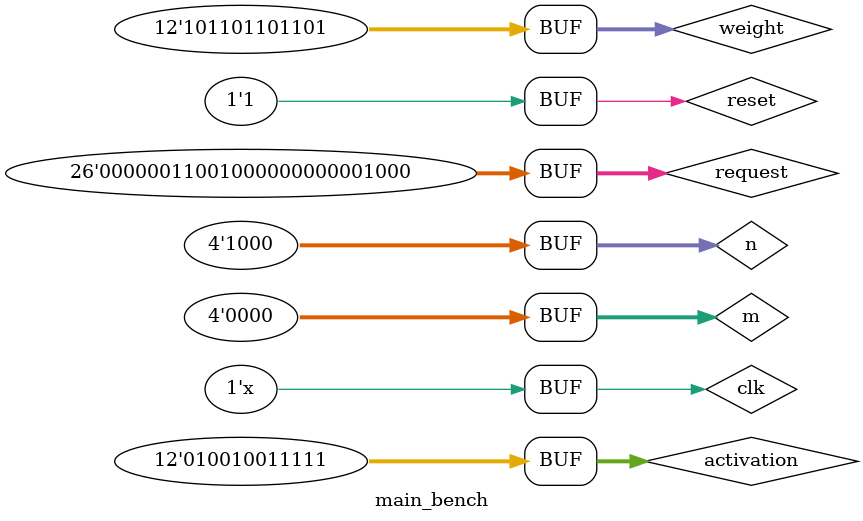
<source format=v>
`timescale 1ns / 1ps


module main_bench();
reg clk,reset;
reg [3:0] n,m;
reg [11:0] activation,weight;
reg [25:0] request;

wire [35:0] filterBit;      
wire [179:0] filterWeight;         
wire [215:0] filterOut;  
wire [35:0] drop;  

wire [2:0] op;
wire [2:0] rank_id;
wire [3:0] bg_id;
wire [14:0] addr;

wire [2:0] rank1_id;
wire [3:0] bg1_id;
wire [3:0] addr1;
wire [2:0] rank2_id;
wire [3:0] bg2_id;
wire [3:0] addr2;

wire bgs;
wire [1:0] act_func;

main main1(clk,reset,n,m,activation,weight,request,filterBit,filterWeight,filterOut,drop,op,rank_id,bg_id,addr,rank1_id,bg1_id,addr1,rank2_id,bg2_id,addr2,bgs,act_func);

initial clk=1;
always #1 clk<=~clk;

initial
begin 
     reset<=1'b0;    weight<=12'b1011_0110_1101;     activation<=12'b0100_1001_1111;    n<=4'b1000;   m<=4'b0000;    request<=26'b00000_001_1001_0000000_00001000; 
     #2  reset<=1'b1;
end

endmodule

</source>
